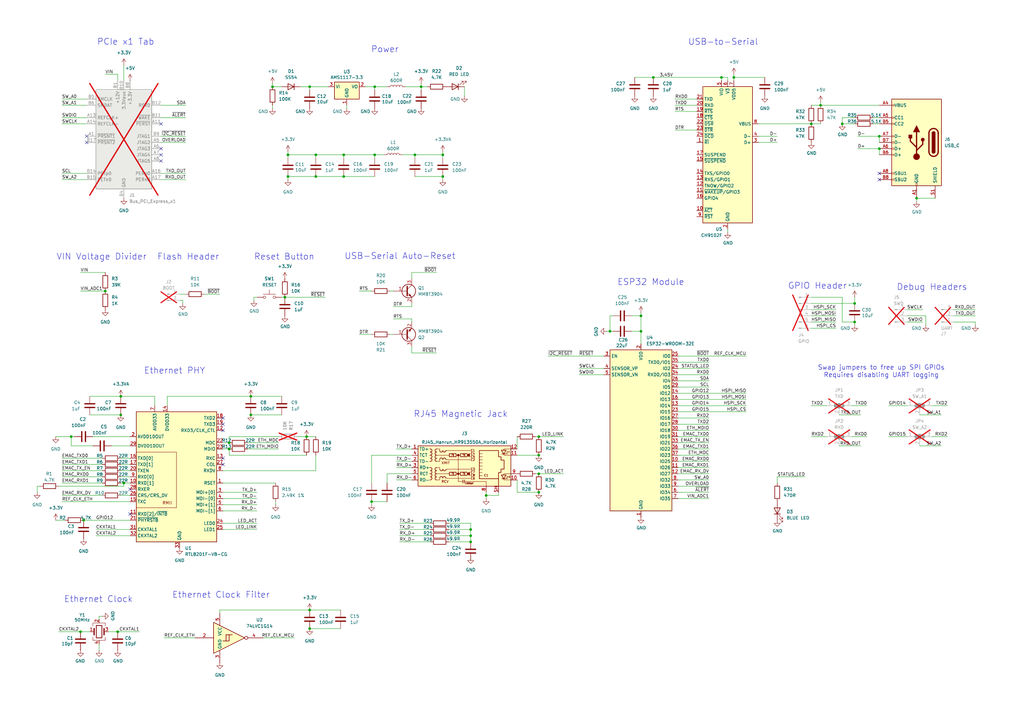
<source format=kicad_sch>
(kicad_sch (version 20231120) (generator "eeschema") (generator_version "8.0")
  (paper "A3")
  (title_block (date "2024-07-14") (rev "v0.4.1"))
  (junction (at 29.21 179.07))
  (junction (at 49.53 162.56))
  (junction (at 140.97 72.39))
  (junction (at 33.02 259.08))
  (junction (at 102.87 162.56))
  (junction (at 170.18 63.5))
  (junction (at 34.29 213.36))
  (junction (at 102.87 170.18))
  (junction (at 267.97 31.75))
  (junction (at 153.67 35.56))
  (junction (at 193.04 222.25))
  (junction (at 93.98 184.15))
  (junction (at 127 257.81))
  (junction (at 220.98 201.93))
  (junction (at 262.89 129.54))
  (junction (at 360.68 55.88))
  (junction (at 220.98 179.07))
  (junction (at 193.04 219.71))
  (junction (at 127 35.56))
  (junction (at 118.11 72.39))
  (junction (at 181.61 63.5))
  (junction (at 127 250.19))
  (junction (at 129.54 63.5))
  (junction (at 332.74 50.8))
  (junction (at 350.52 132.08))
  (junction (at 49.53 170.18))
  (junction (at 172.72 35.56))
  (junction (at 50.8 198.12))
  (junction (at 152.4 205.74))
  (junction (at 220.98 186.69))
  (junction (at 220.98 194.31))
  (junction (at 140.97 63.5))
  (junction (at 193.04 217.17))
  (junction (at 345.44 50.8))
  (junction (at 375.92 81.28))
  (junction (at 116.84 121.92))
  (junction (at 43.18 119.38))
  (junction (at 111.76 35.56))
  (junction (at 181.61 72.39))
  (junction (at 360.68 60.96))
  (junction (at 250.19 135.89))
  (junction (at 125.73 179.07))
  (junction (at 300.99 31.75))
  (junction (at 295.91 31.75))
  (junction (at 93.98 181.61))
  (junction (at 153.67 63.5))
  (junction (at 350.52 124.46))
  (junction (at 199.39 203.2))
  (junction (at 48.26 259.08))
  (junction (at 262.89 135.89))
  (junction (at 129.54 72.39))
  (junction (at 118.11 63.5))
  (junction (at 336.55 43.18))
  (no_connect (at 91.44 171.45))
  (no_connect (at 35.56 55.88))
  (no_connect (at 35.56 58.42))
  (no_connect (at 360.68 71.12))
  (no_connect (at 91.44 176.53))
  (no_connect (at 66.04 66.04))
  (no_connect (at 91.44 173.99))
  (no_connect (at 53.34 210.82))
  (no_connect (at 91.44 187.96))
  (no_connect (at 91.44 190.5))
  (no_connect (at 66.04 60.96))
  (no_connect (at 66.04 63.5))
  (no_connect (at 360.68 73.66))
  (no_connect (at 53.34 200.66))
  (no_connect (at 66.04 50.8))
  (wire (pts (xy 377.19 182.88) (xy 386.08 182.88)))
  (wire (pts (xy 332.74 43.18) (xy 336.55 43.18)))
  (wire (pts (xy 49.53 198.12) (xy 50.8 198.12)))
  (wire (pts (xy 278.13 163.83) (xy 306.07 163.83)))
  (wire (pts (xy 276.86 43.18) (xy 285.75 43.18)))
  (wire (pts (xy 116.84 121.92) (xy 133.35 121.92)))
  (wire (pts (xy 104.14 123.19) (xy 104.14 121.92)))
  (wire (pts (xy 152.4 198.12) (xy 152.4 186.69)))
  (wire (pts (xy 336.55 41.91) (xy 336.55 43.18)))
  (wire (pts (xy 199.39 203.2) (xy 199.39 201.93)))
  (wire (pts (xy 219.71 179.07) (xy 220.98 179.07)))
  (wire (pts (xy 278.13 158.75) (xy 290.83 158.75)))
  (wire (pts (xy 372.11 129.54) (xy 379.73 129.54)))
  (wire (pts (xy 107.95 261.62) (xy 120.65 261.62)))
  (wire (pts (xy 66.04 58.42) (xy 76.2 58.42)))
  (wire (pts (xy 68.58 162.56) (xy 68.58 166.37)))
  (wire (pts (xy 25.4 198.12) (xy 41.91 198.12)))
  (wire (pts (xy 276.86 45.72) (xy 285.75 45.72)))
  (wire (pts (xy 147.32 119.38) (xy 152.4 119.38)))
  (wire (pts (xy 295.91 31.75) (xy 298.45 31.75)))
  (wire (pts (xy 158.75 198.12) (xy 158.75 194.31)))
  (wire (pts (xy 140.97 64.77) (xy 140.97 63.5)))
  (wire (pts (xy 25.4 203.2) (xy 41.91 203.2)))
  (wire (pts (xy 44.45 259.08) (xy 48.26 259.08)))
  (wire (pts (xy 176.53 214.63) (xy 163.83 214.63)))
  (wire (pts (xy 375.92 82.55) (xy 375.92 81.28)))
  (wire (pts (xy 278.13 171.45) (xy 290.83 171.45)))
  (wire (pts (xy 267.97 31.75) (xy 295.91 31.75)))
  (wire (pts (xy 29.21 179.07) (xy 30.48 179.07)))
  (wire (pts (xy 212.09 186.69) (xy 220.98 186.69)))
  (wire (pts (xy 298.45 33.02) (xy 298.45 31.75)))
  (wire (pts (xy 40.64 254) (xy 40.64 252.73)))
  (wire (pts (xy 53.34 179.07) (xy 38.1 179.07)))
  (wire (pts (xy 220.98 179.07) (xy 231.14 179.07)))
  (wire (pts (xy 50.8 26.67) (xy 50.8 33.02)))
  (wire (pts (xy 199.39 204.47) (xy 199.39 203.2)))
  (wire (pts (xy 162.56 184.15) (xy 168.91 184.15)))
  (wire (pts (xy 129.54 64.77) (xy 129.54 63.5)))
  (wire (pts (xy 142.24 43.18) (xy 142.24 44.45)))
  (wire (pts (xy 179.07 144.78) (xy 168.91 144.78)))
  (wire (pts (xy 66.04 48.26) (xy 76.2 48.26)))
  (wire (pts (xy 278.13 179.07) (xy 290.83 179.07)))
  (wire (pts (xy 344.17 170.18) (xy 353.06 170.18)))
  (wire (pts (xy 40.64 266.7) (xy 40.64 264.16)))
  (wire (pts (xy 345.44 48.26) (xy 350.52 48.26)))
  (wire (pts (xy 358.14 50.8) (xy 360.68 50.8)))
  (wire (pts (xy 49.53 193.04) (xy 53.34 193.04)))
  (wire (pts (xy 351.79 60.96) (xy 360.68 60.96)))
  (wire (pts (xy 172.72 35.56) (xy 175.26 35.56)))
  (wire (pts (xy 360.68 55.88) (xy 360.68 58.42)))
  (wire (pts (xy 278.13 148.59) (xy 290.83 148.59)))
  (wire (pts (xy 311.15 50.8) (xy 332.74 50.8)))
  (wire (pts (xy 129.54 193.04) (xy 91.44 193.04)))
  (wire (pts (xy 278.13 166.37) (xy 306.07 166.37)))
  (wire (pts (xy 278.13 153.67) (xy 290.83 153.67)))
  (wire (pts (xy 140.97 63.5) (xy 153.67 63.5)))
  (wire (pts (xy 298.45 95.25) (xy 298.45 93.98)))
  (wire (pts (xy 332.74 124.46) (xy 350.52 124.46)))
  (wire (pts (xy 45.72 182.88) (xy 53.34 182.88)))
  (wire (pts (xy 336.55 50.8) (xy 332.74 50.8)))
  (wire (pts (xy 278.13 186.69) (xy 290.83 186.69)))
  (wire (pts (xy 391.16 132.08) (xy 400.05 132.08)))
  (wire (pts (xy 345.44 50.8) (xy 350.52 50.8)))
  (wire (pts (xy 391.16 127) (xy 400.05 127)))
  (wire (pts (xy 290.83 181.61) (xy 278.13 181.61)))
  (wire (pts (xy 300.99 31.75) (xy 313.69 31.75)))
  (wire (pts (xy 345.44 121.92) (xy 345.44 132.08)))
  (wire (pts (xy 290.83 184.15) (xy 278.13 184.15)))
  (wire (pts (xy 127 36.83) (xy 127 35.56)))
  (wire (pts (xy 40.64 252.73) (xy 41.91 252.73)))
  (wire (pts (xy 123.19 35.56) (xy 127 35.56)))
  (wire (pts (xy 179.07 111.76) (xy 168.91 111.76)))
  (wire (pts (xy 153.67 63.5) (xy 157.48 63.5)))
  (wire (pts (xy 39.37 219.71) (xy 53.34 219.71)))
  (wire (pts (xy 25.4 71.12) (xy 35.56 71.12)))
  (wire (pts (xy 259.08 129.54) (xy 262.89 129.54)))
  (wire (pts (xy 278.13 194.31) (xy 290.83 194.31)))
  (wire (pts (xy 140.97 72.39) (xy 153.67 72.39)))
  (wire (pts (xy 300.99 31.75) (xy 300.99 33.02)))
  (wire (pts (xy 224.79 146.05) (xy 247.65 146.05)))
  (wire (pts (xy 278.13 168.91) (xy 306.07 168.91)))
  (wire (pts (xy 127 257.81) (xy 139.7 257.81)))
  (wire (pts (xy 149.86 35.56) (xy 153.67 35.56)))
  (wire (pts (xy 193.04 214.63) (xy 193.04 217.17)))
  (wire (pts (xy 118.11 63.5) (xy 129.54 63.5)))
  (wire (pts (xy 248.92 135.89) (xy 250.19 135.89)))
  (wire (pts (xy 25.4 190.5) (xy 41.91 190.5)))
  (wire (pts (xy 220.98 194.31) (xy 219.71 194.31)))
  (wire (pts (xy 118.11 63.5) (xy 118.11 64.77)))
  (wire (pts (xy 91.44 198.12) (xy 113.03 198.12)))
  (wire (pts (xy 165.1 63.5) (xy 170.18 63.5)))
  (wire (pts (xy 330.2 195.58) (xy 318.77 195.58)))
  (wire (pts (xy 168.91 130.81) (xy 168.91 132.08)))
  (wire (pts (xy 15.24 199.39) (xy 15.24 201.93)))
  (wire (pts (xy 345.44 132.08) (xy 350.52 132.08)))
  (wire (pts (xy 25.4 43.18) (xy 35.56 43.18)))
  (wire (pts (xy 49.53 190.5) (xy 53.34 190.5)))
  (wire (pts (xy 360.68 60.96) (xy 360.68 63.5)))
  (wire (pts (xy 345.44 50.8) (xy 345.44 48.26)))
  (wire (pts (xy 153.67 36.83) (xy 153.67 35.56)))
  (wire (pts (xy 83.82 120.65) (xy 90.17 120.65)))
  (wire (pts (xy 184.15 219.71) (xy 193.04 219.71)))
  (wire (pts (xy 33.02 119.38) (xy 43.18 119.38)))
  (wire (pts (xy 25.4 205.74) (xy 53.34 205.74)))
  (wire (pts (xy 332.74 134.62) (xy 342.9 134.62)))
  (wire (pts (xy 93.98 179.07) (xy 93.98 181.61)))
  (wire (pts (xy 48.26 30.48) (xy 48.26 33.02)))
  (wire (pts (xy 90.17 250.19) (xy 127 250.19)))
  (wire (pts (xy 24.13 199.39) (xy 50.8 199.39)))
  (wire (pts (xy 181.61 63.5) (xy 181.61 64.77)))
  (wire (pts (xy 29.21 179.07) (xy 29.21 182.88)))
  (wire (pts (xy 162.56 196.85) (xy 168.91 196.85)))
  (wire (pts (xy 118.11 73.66) (xy 118.11 72.39)))
  (wire (pts (xy 161.29 130.81) (xy 168.91 130.81)))
  (wire (pts (xy 332.74 132.08) (xy 342.9 132.08)))
  (wire (pts (xy 336.55 43.18) (xy 360.68 43.18)))
  (wire (pts (xy 176.53 217.17) (xy 163.83 217.17)))
  (wire (pts (xy 375.92 81.28) (xy 383.54 81.28)))
  (wire (pts (xy 318.77 195.58) (xy 318.77 198.12)))
  (wire (pts (xy 364.49 166.37) (xy 372.11 166.37)))
  (wire (pts (xy 199.39 203.2) (xy 204.47 203.2)))
  (wire (pts (xy 129.54 63.5) (xy 140.97 63.5)))
  (wire (pts (xy 29.21 182.88) (xy 38.1 182.88)))
  (wire (pts (xy 391.16 129.54) (xy 400.05 129.54)))
  (wire (pts (xy 68.58 162.56) (xy 102.87 162.56)))
  (wire (pts (xy 237.49 151.13) (xy 247.65 151.13)))
  (wire (pts (xy 66.04 73.66) (xy 76.2 73.66)))
  (wire (pts (xy 250.19 129.54) (xy 250.19 135.89)))
  (wire (pts (xy 160.02 137.16) (xy 161.29 137.16)))
  (wire (pts (xy 332.74 127) (xy 342.9 127)))
  (wire (pts (xy 25.4 195.58) (xy 41.91 195.58)))
  (wire (pts (xy 212.09 196.85) (xy 212.09 201.93)))
  (wire (pts (xy 111.76 34.29) (xy 111.76 35.56)))
  (wire (pts (xy 260.35 31.75) (xy 267.97 31.75)))
  (wire (pts (xy 34.29 213.36) (xy 53.34 213.36)))
  (wire (pts (xy 90.17 250.19) (xy 90.17 251.46)))
  (wire (pts (xy 172.72 36.83) (xy 172.72 35.56)))
  (wire (pts (xy 350.52 132.08) (xy 350.52 133.35)))
  (wire (pts (xy 349.25 166.37) (xy 355.6 166.37)))
  (wire (pts (xy 91.44 209.55) (xy 105.41 209.55)))
  (wire (pts (xy 121.92 179.07) (xy 125.73 179.07)))
  (wire (pts (xy 115.57 121.92) (xy 116.84 121.92)))
  (wire (pts (xy 276.86 53.34) (xy 285.75 53.34)))
  (wire (pts (xy 36.83 170.18) (xy 49.53 170.18)))
  (wire (pts (xy 162.56 191.77) (xy 168.91 191.77)))
  (wire (pts (xy 278.13 189.23) (xy 290.83 189.23)))
  (wire (pts (xy 49.53 195.58) (xy 53.34 195.58)))
  (wire (pts (xy 300.99 30.48) (xy 300.99 31.75)))
  (wire (pts (xy 49.53 187.96) (xy 53.34 187.96)))
  (wire (pts (xy 278.13 151.13) (xy 290.83 151.13)))
  (wire (pts (xy 101.6 181.61) (xy 114.3 181.61)))
  (wire (pts (xy 162.56 189.23) (xy 168.91 189.23)))
  (wire (pts (xy 111.76 35.56) (xy 115.57 35.56)))
  (wire (pts (xy 259.08 135.89) (xy 262.89 135.89)))
  (wire (pts (xy 332.74 129.54) (xy 342.9 129.54)))
  (wire (pts (xy 39.37 217.17) (xy 53.34 217.17)))
  (wire (pts (xy 262.89 128.27) (xy 262.89 129.54)))
  (wire (pts (xy 74.93 123.19) (xy 73.66 123.19)))
  (wire (pts (xy 91.44 181.61) (xy 93.98 181.61)))
  (wire (pts (xy 91.44 184.15) (xy 93.98 184.15)))
  (wire (pts (xy 127 35.56) (xy 134.62 35.56)))
  (wire (pts (xy 382.27 166.37) (xy 388.62 166.37)))
  (wire (pts (xy 176.53 222.25) (xy 163.83 222.25)))
  (wire (pts (xy 91.44 214.63) (xy 105.41 214.63)))
  (wire (pts (xy 93.98 186.69) (xy 125.73 186.69)))
  (wire (pts (xy 262.89 129.54) (xy 262.89 135.89)))
  (wire (pts (xy 25.4 50.8) (xy 35.56 50.8)))
  (wire (pts (xy 160.02 119.38) (xy 161.29 119.38)))
  (wire (pts (xy 152.4 186.69) (xy 168.91 186.69)))
  (wire (pts (xy 114.3 179.07) (xy 93.98 179.07)))
  (wire (pts (xy 184.15 217.17) (xy 193.04 217.17)))
  (wire (pts (xy 172.72 34.29) (xy 172.72 35.56)))
  (wire (pts (xy 170.18 63.5) (xy 181.61 63.5)))
  (wire (pts (xy 43.18 30.48) (xy 48.26 30.48)))
  (wire (pts (xy 372.11 127) (xy 378.46 127)))
  (wire (pts (xy 170.18 64.77) (xy 170.18 63.5)))
  (wire (pts (xy 220.98 201.93) (xy 212.09 201.93)))
  (wire (pts (xy 364.49 179.07) (xy 372.11 179.07)))
  (wire (pts (xy 377.19 170.18) (xy 386.08 170.18)))
  (wire (pts (xy 278.13 191.77) (xy 290.83 191.77)))
  (wire (pts (xy 278.13 204.47) (xy 290.83 204.47)))
  (wire (pts (xy 184.15 214.63) (xy 193.04 214.63)))
  (wire (pts (xy 152.4 207.01) (xy 152.4 205.74)))
  (wire (pts (xy 181.61 62.23) (xy 181.61 63.5)))
  (wire (pts (xy 74.93 124.46) (xy 74.93 123.19)))
  (wire (pts (xy 181.61 72.39) (xy 181.61 73.66)))
  (wire (pts (xy 101.6 184.15) (xy 114.3 184.15)))
  (wire (pts (xy 262.89 135.89) (xy 262.89 140.97)))
  (wire (pts (xy 190.5 39.37) (xy 190.5 35.56)))
  (wire (pts (xy 127 250.19) (xy 139.7 250.19)))
  (wire (pts (xy 129.54 72.39) (xy 140.97 72.39)))
  (wire (pts (xy 33.02 111.76) (xy 43.18 111.76)))
  (wire (pts (xy 344.17 182.88) (xy 353.06 182.88)))
  (wire (pts (xy 102.87 162.56) (xy 115.57 162.56)))
  (wire (pts (xy 237.49 153.67) (xy 247.65 153.67)))
  (wire (pts (xy 278.13 173.99) (xy 290.83 173.99)))
  (wire (pts (xy 168.91 125.73) (xy 168.91 124.46)))
  (wire (pts (xy 153.67 63.5) (xy 153.67 64.77)))
  (wire (pts (xy 278.13 201.93) (xy 290.83 201.93)))
  (wire (pts (xy 102.87 170.18) (xy 115.57 170.18)))
  (wire (pts (xy 250.19 135.89) (xy 251.46 135.89)))
  (wire (pts (xy 25.4 187.96) (xy 41.91 187.96)))
  (wire (pts (xy 193.04 217.17) (xy 193.04 219.71)))
  (wire (pts (xy 24.13 259.08) (xy 33.02 259.08)))
  (wire (pts (xy 118.11 72.39) (xy 129.54 72.39)))
  (wire (pts (xy 91.44 201.93) (xy 105.41 201.93)))
  (wire (pts (xy 50.8 198.12) (xy 53.34 198.12)))
  (wire (pts (xy 129.54 186.69) (xy 129.54 193.04)))
  (wire (pts (xy 91.44 207.01) (xy 105.41 207.01)))
  (wire (pts (xy 15.24 199.39) (xy 16.51 199.39)))
  (wire (pts (xy 33.02 259.08) (xy 36.83 259.08)))
  (wire (pts (xy 332.74 179.07) (xy 339.09 179.07)))
  (wire (pts (xy 278.13 196.85) (xy 290.83 196.85)))
  (wire (pts (xy 358.14 48.26) (xy 360.68 48.26)))
  (wire (pts (xy 193.04 219.71) (xy 193.04 222.25)))
  (wire (pts (xy 161.29 125.73) (xy 168.91 125.73)))
  (wire (pts (xy 111.76 44.45) (xy 111.76 43.18)))
  (wire (pts (xy 93.98 186.69) (xy 93.98 184.15)))
  (wire (pts (xy 66.04 55.88) (xy 76.2 55.88)))
  (wire (pts (xy 168.91 111.76) (xy 168.91 114.3)))
  (wire (pts (xy 168.91 144.78) (xy 168.91 142.24)))
  (wire (pts (xy 125.73 179.07) (xy 129.54 179.07)))
  (wire (pts (xy 50.8 198.12) (xy 50.8 199.39)))
  (wire (pts (xy 73.66 120.65) (xy 76.2 120.65)))
  (wire (pts (xy 382.27 179.07) (xy 388.62 179.07)))
  (wire (pts (xy 311.15 58.42) (xy 318.77 58.42)))
  (wire (pts (xy 63.5 162.56) (xy 49.53 162.56)))
  (wire (pts (xy 48.26 259.08) (xy 57.15 259.08)))
  (wire (pts (xy 231.14 194.31) (xy 220.98 194.31)))
  (wire (pts (xy 276.86 40.64) (xy 285.75 40.64)))
  (wire (pts (xy 193.04 228.6) (xy 193.04 229.87)))
  (wire (pts (xy 379.73 129.54) (xy 379.73 133.35)))
  (wire (pts (xy 63.5 162.56) (xy 63.5 166.37)))
  (wire (pts (xy 176.53 219.71) (xy 163.83 219.71)))
  (wire (pts (xy 351.79 55.88) (xy 360.68 55.88)))
  (wire (pts (xy 350.52 121.92) (xy 350.52 124.46)))
  (wire (pts (xy 67.31 261.62) (xy 80.01 261.62)))
  (wire (pts (xy 278.13 176.53) (xy 290.83 176.53)))
  (wire (pts (xy 118.11 62.23) (xy 118.11 63.5)))
  (wire (pts (xy 184.15 222.25) (xy 193.04 222.25)))
  (wire (pts (xy 91.44 217.17) (xy 105.41 217.17)))
  (wire (pts (xy 25.4 40.64) (xy 35.56 40.64)))
  (wire (pts (xy 66.04 43.18) (xy 76.2 43.18)))
  (wire (pts (xy 113.03 207.01) (xy 113.03 205.74)))
  (wire (pts (xy 278.13 156.21) (xy 290.83 156.21)))
  (wire (pts (xy 104.14 121.92) (xy 105.41 121.92)))
  (wire (pts (xy 251.46 129.54) (xy 250.19 129.54)))
  (wire (pts (xy 349.25 179.07) (xy 355.6 179.07)))
  (wire (pts (xy 22.86 179.07) (xy 29.21 179.07)))
  (wire (pts (xy 372.11 132.08) (xy 378.46 132.08)))
  (wire (pts (xy 66.04 71.12) (xy 76.2 71.12)))
  (wire (pts (xy 332.74 121.92) (xy 345.44 121.92)))
  (wire (pts (xy 25.4 73.66) (xy 35.56 73.66)))
  (wire (pts (xy 49.53 203.2) (xy 53.34 203.2)))
  (wire (pts (xy 25.4 193.04) (xy 41.91 193.04)))
  (wire (pts (xy 91.44 204.47) (xy 105.41 204.47)))
  (wire (pts (xy 153.67 35.56) (xy 158.75 35.56)))
  (wire (pts (xy 278.13 199.39) (xy 290.83 199.39)))
  (wire (pts (xy 212.09 179.07) (xy 212.09 184.15)))
  (wire (pts (xy 36.83 162.56) (xy 49.53 162.56)))
  (wire (pts (xy 158.75 194.31) (xy 168.91 194.31)))
  (wire (pts (xy 22.86 213.36) (xy 26.67 213.36)))
  (wire (pts (xy 170.18 72.39) (xy 181.61 72.39)))
  (wire (pts (xy 311.15 55.88) (xy 318.77 55.88)))
  (wire (pts (xy 278.13 161.29) (xy 306.07 161.29)))
  (wire (pts (xy 152.4 205.74) (xy 158.75 205.74)))
  (wire (pts (xy 147.32 137.16) (xy 152.4 137.16)))
  (wire (pts (xy 166.37 35.56) (xy 172.72 35.56)))
  (wire (pts (xy 400.05 132.08) (xy 400.05 133.35)))
  (wire (pts (xy 25.4 48.26) (xy 35.56 48.26)))
  (wire (pts (xy 278.13 146.05) (xy 306.07 146.05)))
  (wire (pts (xy 204.47 203.2) (xy 204.47 201.93)))
  (wire (pts (xy 295.91 31.75) (xy 295.91 33.02)))
  (wire (pts (xy 332.74 166.37) (xy 339.09 166.37)))
  (text "Ethernet Clock" (at 40.386 245.872 0) (effects (font (size 2.54 2.54))))
  (text "Reset Button" (at 116.586 105.41 0) (effects (font (size 2.54 2.54))))
  (text "GPIO Header" (at 335.28 117.348 0) (effects (font (size 2.54 2.54))))
  (text "Flash Header\n" (at 77.216 105.41 0) (effects (font (size 2.54 2.54))))
  (text "Ethernet Clock Filter" (at 90.678 244.094 0) (effects (font (size 2.54 2.54))))
  (text "Swap jumpers to free up SPI GPIOs\nRequires disabling UART logging" (at 361.442 152.4 0) (effects (font (size 1.905 1.905))))
  (text "USB-to-Serial" (at 282.194 18.796 0) (effects (font (size 2.54 2.54)) (justify left bottom)))
  (text "VIN Voltage Divider" (at 41.656 105.41 0) (effects (font (size 2.54 2.54))))
  (text "Power" (at 152.146 21.844 0) (effects (font (size 2.54 2.54)) (justify left bottom)))
  (text "Ethernet PHY" (at 71.628 152.146 0) (effects (font (size 2.54 2.54))))
  (text "PCIe x1 Tab" (at 51.562 17.272 0) (effects (font (size 2.54 2.54))))
  (text "RJ45 Magnetic Jack" (at 188.976 169.926 0) (effects (font (size 2.54 2.54))))
  (text "USB-Serial Auto-Reset" (at 164.084 105.156 0) (effects (font (size 2.54 2.54))))
  (text "ESP32 Module" (at 266.954 115.824 0) (effects (font (size 2.54 2.54))))
  (text "Debug Headers" (at 382.27 117.856 0) (effects (font (size 2.54 2.54))))
  (label "TX_D+" (at 163.83 214.63 0))
  (label "VIN" (at 33.02 111.76 0))
  (label "TXD2" (at 388.62 166.37 180))
  (label "GPIO15" (at 364.49 179.07 0))
  (label "REF_CLK_ETH" (at 25.4 205.74 0))
  (label "TXD_OUT" (at 353.06 170.18 180))
  (label "HSPI_MISO" (at 342.9 132.08 180))
  (label "LED_LINK" (at 231.14 179.07 180))
  (label "TX_D+" (at 162.56 184.15 0))
  (label "~{I2C_RESET}" (at 224.79 146.05 0))
  (label "RTS" (at 276.86 45.72 0))
  (label "LED_ACT" (at 231.14 194.31 180))
  (label "TXD0" (at 355.6 166.37 180))
  (label "GPIO15" (at 290.83 168.91 180))
  (label "GPIO14" (at 364.49 166.37 0))
  (label "RTS" (at 161.29 130.81 0))
  (label "SW_A1" (at 386.08 170.18 180))
  (label "RXD_OUT" (at 400.05 127 180))
  (label "RXD_OUT" (at 76.2 73.66 180))
  (label "TXD2" (at 332.74 166.37 0))
  (label "REF_CLK_MCU" (at 120.65 261.62 180))
  (label "SCL" (at 290.83 158.75 180))
  (label "SW_A0" (at 25.4 40.64 0))
  (label "RX_D-" (at 105.41 209.55 180))
  (label "RX_D-" (at 163.83 222.25 0))
  (label "LED_ACT" (at 105.41 214.63 180))
  (label "SWDIO" (at 237.49 153.67 0))
  (label "HSPI_CS" (at 306.07 168.91 180))
  (label "SDA" (at 76.2 43.18 180))
  (label "SWDIO" (at 378.46 132.08 180))
  (label "EMAC_RXD1" (at 290.83 191.77 180))
  (label "ETH_MDIO" (at 290.83 176.53 180))
  (label "RX_D+" (at 162.56 191.77 0))
  (label "~{ALERT}" (at 290.83 201.93 180))
  (label "TX_D-" (at 162.56 189.23 0))
  (label "REF_CLK_MCU" (at 306.07 146.05 180))
  (label "HSPI_MOSI" (at 306.07 163.83 180))
  (label "~{RESET}" (at 133.35 121.92 180))
  (label "TXD_OUT" (at 400.05 129.54 180))
  (label "RXD2" (at 290.83 171.45 180))
  (label "EMAC_RXD0" (at 290.83 189.23 180))
  (label "TXD0" (at 290.83 148.59 180))
  (label "EMAC_RXD0" (at 25.4 195.58 0))
  (label "~{BOOT}" (at 179.07 111.76 180))
  (label "OVERLOAD" (at 76.2 58.42 180))
  (label "LED_LINK" (at 105.41 217.17 180))
  (label "EMAC_TX_EN" (at 290.83 181.61 180))
  (label "~{I2C_RESET}" (at 76.2 55.88 180))
  (label "CKXTAL1" (at 57.15 259.08 180))
  (label "HSPI_MOSI" (at 342.9 129.54 180))
  (label "REF_CLK_ETH" (at 67.31 261.62 0))
  (label "DTR" (at 276.86 53.34 0))
  (label "CKXTAL2" (at 24.13 259.08 0))
  (label "CKXTAL1" (at 39.37 217.17 0))
  (label "TX_D-" (at 163.83 217.17 0))
  (label "RX_D-" (at 162.56 196.85 0))
  (label "SWCLK" (at 25.4 50.8 0))
  (label "HSPI_MISO" (at 306.07 161.29 180))
  (label "STATUS_LED" (at 290.83 151.13 180))
  (label "SCL" (at 25.4 71.12 0))
  (label "~{ALERT}" (at 76.2 48.26 180))
  (label "TXD0" (at 276.86 43.18 0))
  (label "SW_A2" (at 25.4 73.66 0))
  (label "OVERLOAD" (at 290.83 199.39 180))
  (label "ETH_MDIO" (at 114.3 184.15 180))
  (label "TXD_OUT" (at 76.2 71.12 180))
  (label "ETH_MDC" (at 290.83 186.69 180))
  (label "EMAC_TX_EN" (at 25.4 193.04 0))
  (label "~{RESET}" (at 179.07 144.78 180))
  (label "SWCLK" (at 237.49 151.13 0))
  (label "RXD_OUT" (at 353.06 182.88 180))
  (label "TX_D-" (at 105.41 204.47 180))
  (label "HSPI_SCK" (at 306.07 166.37 180))
  (label "SWDIO" (at 25.4 48.26 0))
  (label "RXD0" (at 276.86 40.64 0))
  (label "RXD0" (at 290.83 153.67 180))
  (label "SW_A2" (at 386.08 182.88 180))
  (label "DTR" (at 147.32 137.16 0))
  (label "EMAC_RX_DV" (at 290.83 194.31 180))
  (label "RXD2" (at 388.62 179.07 180))
  (label "RTS" (at 147.32 119.38 0))
  (label "D-" (at 318.77 55.88 180))
  (label "VIN_ADC1" (at 33.02 119.38 0))
  (label "GPIO14" (at 290.83 166.37 180))
  (label "~{BOOT}" (at 290.83 146.05 180))
  (label "EMAC_TXD0" (at 290.83 179.07 180))
  (label "RXD2" (at 332.74 179.07 0))
  (label "GPIO12" (at 39.37 213.36 0))
  (label "~{BOOT}" (at 90.17 120.65 180))
  (label "DTR" (at 161.29 125.73 0))
  (label "SDA" (at 290.83 156.21 180))
  (label "GPIO12" (at 290.83 161.29 180))
  (label "CKXTAL2" (at 39.37 219.71 0))
  (label "RXD0" (at 355.6 179.07 180))
  (label "HSPI_CS" (at 342.9 134.62 180))
  (label "ETH_MDC" (at 114.3 181.61 180))
  (label "D+" (at 351.79 60.96 0))
  (label "EMAC_TXD1" (at 25.4 190.5 0))
  (label "TX_D+" (at 105.41 201.93 180))
  (label "EMAC_TXD1" (at 290.83 184.15 180))
  (label "STATUS_LED" (at 330.2 195.58 180))
  (label "HSPI_SCK" (at 342.9 127 180))
  (label "RX_D+" (at 105.41 207.01 180))
  (label "SWCLK" (at 378.46 127 180))
  (label "D+" (at 318.77 58.42 180))
  (label "D-" (at 351.79 55.88 0))
  (label "SW_A1" (at 25.4 43.18 0))
  (label "EMAC_TXD0" (at 25.4 187.96 0))
  (label "VIN" (at 43.18 30.48 0))
  (label "~{RESET}" (at 237.49 146.05 0))
  (label "SW_A0" (at 290.83 196.85 180))
  (label "3.45V" (at 270.51 31.75 0))
  (label "VIN_ADC1" (at 290.83 204.47 180))
  (label "TXD2" (at 290.83 173.99 180))
  (label "EMAC_RX_DV" (at 25.4 203.2 0))
  (label "GPIO13" (at 290.83 163.83 180))
  (label "RX_D+" (at 163.83 219.71 0))
  (label "EMAC_RXD1" (at 25.4 198.12 0))
  (symbol (lib_id "Device:R") (at 215.9 179.07 90) (unit 1)
    (property "Reference" "R27" (at 215.9 172.72 90))
    (property "Value" "220R" (at 215.9 175.26 90))
    (property "Footprint" "Resistor_SMD:R_0402_1005Metric" (effects (hide yes)))
    (property "Description" "Resistor" (effects (hide yes)))
    (property "LCSC" "C25091" (effects (hide yes)))
  )
  (symbol (lib_id "Device:R") (at 45.72 190.5 90) (mirror x) (unit 1)
    (property "Reference" "R6" (at 40.894 189.484 90))
    (property "Value" "22R" (at 50.546 189.484 90))
    (property "Footprint" "Resistor_SMD:R_0402_1005Metric" (effects (hide yes)))
    (property "Description" "Resistor" (effects (hide yes)))
    (property "LCSC" "C25092" (effects (hide yes)))
  )
  (symbol (lib_id "Device:R") (at 180.34 222.25 90) (unit 1)
    (property "Reference" "R26" (at 175.514 221.234 90))
    (property "Value" "49.9R" (at 185.928 220.98 90))
    (property "Footprint" "Resistor_SMD:R_0402_1005Metric" (effects (hide yes)))
    (property "Description" "Resistor" (effects (hide yes)))
    (property "LCSC" "C25120" (effects (hide yes)))
  )
  (symbol (lib_id "power:GND") (at 40.64 266.7 0) (unit 1)
    (property "Reference" "#PWR06" (effects (hide yes)))
    (property "Value" "GND" (at 40.767 271.0942 0))
  )
  (symbol (lib_id "power:GND") (at 199.39 204.47 0) (unit 1)
    (property "Reference" "#PWR041" (effects (hide yes)))
    (property "Value" "GND" (at 199.39 209.55 0))
    (property "Description" "Power symbol creates a global label with name \"GND\" , ground" (effects (hide yes)))
  )
  (symbol (lib_id "power:+3.3VA") (at 181.61 62.23 0) (unit 1)
    (property "Reference" "#PWR037" (effects (hide yes)))
    (property "Value" "+3.3VA" (at 181.61 57.15 0))
    (property "Description" "Power symbol creates a global label with name \"+3.3VA\"" (effects (hide yes)))
  )
  (symbol (lib_id "power:GND") (at 142.24 44.45 0) (unit 1)
    (property "Reference" "#PWR032" (effects (hide yes)))
    (property "Value" "GND" (at 138.43 45.72 0))
  )
  (symbol (lib_id "power:GND") (at 379.73 133.35 0) (unit 1)
    (property "Reference" "#PWR059" (effects (hide yes)))
    (property "Value" "GND" (at 375.92 134.62 0))
  )
  (symbol (lib_id "power:+3.3V") (at 50.8 26.67 0) (unit 1)
    (property "Reference" "#PWR012" (effects (hide yes)))
    (property "Value" "+3.3V" (at 50.8 21.59 0))
    (property "Description" "Power symbol creates a global label with name \"+3.3V\"" (effects (hide yes)))
  )
  (symbol (lib_id "power:+3.3V") (at 172.72 34.29 0) (unit 1)
    (property "Reference" "#PWR035" (effects (hide yes)))
    (property "Value" "+3.3V" (at 172.72 29.21 0))
    (property "Description" "Power symbol creates a global label with name \"+3.3V\"" (effects (hide yes)))
  )
  (symbol (lib_id "power:GND") (at 248.92 135.89 270) (unit 1)
    (property "Reference" "#PWR044" (effects (hide yes)))
    (property "Value" "GND" (at 244.5258 136.017 0))
  )
  (symbol (lib_id "Device:LED") (at 186.69 35.56 180) (unit 1)
    (property "Reference" "D2" (at 188.2775 27.94 0))
    (property "Value" "RED LED" (at 188.2775 30.48 0))
    (property "Footprint" "LED_SMD:LED_0603_1608Metric" (effects (hide yes)))
    (property "Description" "Light emitting diode" (effects (hide yes)))
    (property "LCSC" "C2286" (effects (hide yes)))
  )
  (symbol (lib_id "power:GND") (at 193.04 228.6 0) (unit 1)
    (property "Reference" "#PWR040" (effects (hide yes)))
    (property "Value" "GND" (at 193.04 233.68 0))
    (property "Description" "Power symbol creates a global label with name \"GND\" , ground" (effects (hide yes)))
  )
  (symbol (lib_id "Device:C") (at 49.53 166.37 0) (mirror y) (unit 1)
    (property "Reference" "C7" (at 45.72 165.0999 0) (effects (justify left)))
    (property "Value" "100nF" (at 45.72 167.6399 0) (effects (justify left)))
    (property "Footprint" "Capacitor_SMD:C_0402_1005Metric" (effects (hide yes)))
    (property "Description" "Unpolarized capacitor" (effects (hide yes)))
    (property "LCSC" "C1525" (effects (hide yes)))
  )
  (symbol (lib_id "power:GND") (at 104.14 123.19 0) (unit 1)
    (property "Reference" "#PWR020" (effects (hide yes)))
    (property "Value" "GND" (at 104.267 127.5842 0))
  )
  (symbol (lib_id "Device:C") (at 48.26 262.89 0) (unit 1)
    (property "Reference" "C6" (at 51.181 261.7216 0) (effects (justify left)))
    (property "Value" "10pF" (at 51.181 264.033 0) (effects (justify left)))
    (property "Footprint" "Capacitor_SMD:C_0402_1005Metric" (effects (hide yes)))
    (property "LCSC" "C32949" (effects (hide yes)))
  )
  (symbol (lib_id "power:+3.3V") (at 22.86 213.36 0) (unit 1)
    (property "Reference" "#PWR03" (effects (hide yes)))
    (property "Value" "+3.3V" (at 22.86 208.28 0))
    (property "Description" "Power symbol creates a global label with name \"+3.3V\"" (effects (hide yes)))
  )
  (symbol (lib_id "power:GND") (at 127 44.45 0) (unit 1)
    (property "Reference" "#PWR029" (effects (hide yes)))
    (property "Value" "GND" (at 123.19 45.72 0))
  )
  (symbol (lib_id "power:GND") (at 102.87 170.18 0) (mirror y) (unit 1)
    (property "Reference" "#PWR019" (effects (hide yes)))
    (property "Value" "GND" (at 102.87 175.26 0))
    (property "Description" "Power symbol creates a global label with name \"GND\" , ground" (effects (hide yes)))
  )
  (symbol (lib_id "Device:R") (at 45.72 187.96 90) (unit 1)
    (property "Reference" "R5" (at 40.894 186.944 90))
    (property "Value" "22R" (at 50.546 186.944 90))
    (property "Footprint" "Resistor_SMD:R_0402_1005Metric" (effects (hide yes)))
    (property "Description" "Resistor" (effects (hide yes)))
    (property "LCSC" "C25092" (effects (hide yes)))
  )
  (symbol (lib_id "Jumper:SolderJumper_3_Bridged12") (at 377.19 179.07 0) (unit 1) (exclude_from_sim yes) (in_bom no) (dnp yes)
    (property "Reference" "JP4" (at 377.19 172.72 0))
    (property "Value" "SW_A2" (at 377.19 175.26 0))
    (property "Footprint" "Local Library:SolderJumper-3_P1.3mm_Bridged12_RoundedPad1.0x1.5mm" (effects (hide yes)))
    (property "Description" "3-pole Solder Jumper, pins 1+2 closed/bridged" (effects (hide yes)))
  )
  (symbol (lib_id "power:+5V") (at 336.55 41.91 0) (unit 1)
    (property "Reference" "#PWR054" (effects (hide yes)))
    (property "Value" "+5V" (at 336.55 36.83 0))
    (property "Description" "Power symbol creates a global label with name \"+5V\"" (effects (hide yes)))
  )
  (symbol (lib_id "Connector:Conn_01x02_Pin") (at 68.58 120.65 0) (unit 1) (exclude_from_sim yes) (in_bom no) (dnp yes)
    (property "Reference" "J2" (at 69.215 115.57 0))
    (property "Value" "BOOT" (at 69.215 118.11 0))
    (property "Footprint" "Connector_PinHeader_2.54mm:PinHeader_1x02_P2.54mm_Vertical" (effects (hide yes)))
    (property "Description" "Generic connector, single row, 01x02, script generated" (effects (hide yes)))
  )
  (symbol (lib_name "GND_1") (lib_id "power:GND") (at 43.18 127 0) (unit 1)
    (property "Reference" "#PWR08" (effects (hide yes)))
    (property "Value" "GND" (at 43.18 132.08 0))
    (property "Description" "Power symbol creates a global label with name \"GND\" , ground" (effects (hide yes)))
  )
  (symbol (lib_id "esp32-mgmt-module:RTL8201F-VB-CG") (at 73.66 196.85 0) (unit 1)
    (property "Reference" "U1" (at 75.8541 224.79 0) (effects (justify left)))
    (property "Value" "RTL8201F-VB-CG" (at 75.8541 227.33 0) (effects (justify left)))
    (property "Footprint" "Package_DFN_QFN:QFN-32-1EP_5x5mm_P0.5mm_EP3.6x3.6mm_ThermalVias" (effects (hide yes)))
    (property "Datasheet" "https://wmsc.lcsc.com/wmsc/upload/file/pdf/v2/lcsc/2301111409_Realtek-Semicon-RTL8201F-VB-CG_C45044.pdf" (effects (hide yes)))
    (property "Description" "RTL8201F Ethernet PHY with RMII interface, QFN-32" (effects (hide yes)))
    (property "LCSC" "C45044" (effects (hide yes)))
    (property "JLCPCB_CORRECTION" "0;0;-90" (effects (hide yes)))
  )
  (symbol (lib_id "Device:C") (at 267.97 35.56 0) (unit 1)
    (property "Reference" "C28" (at 271.78 34.2899 0) (effects (justify left)))
    (property "Value" "1uF" (at 271.78 36.8299 0) (effects (justify left)))
    (property "Footprint" "Capacitor_SMD:C_0402_1005Metric" (effects (hide yes)))
    (property "Description" "Unpolarized capacitor" (effects (hide yes)))
    (property "LCSC" "C52923" (effects (hide yes)))
  )
  (symbol (lib_id "power:GND") (at 116.84 129.54 0) (unit 1)
    (property "Reference" "#PWR025" (effects (hide yes)))
    (property "Value" "GND" (at 116.967 133.9342 0))
  )
  (symbol (lib_id "Device:R") (at 43.18 115.57 0) (unit 1)
    (property "Reference" "R3" (at 45.72 114.2999 0) (effects (justify left)))
    (property "Value" "39K" (at 45.72 116.8399 0) (effects (justify left)))
    (property "Footprint" "Resistor_SMD:R_0402_1005Metric" (effects (hide yes)))
    (property "Description" "Resistor" (effects (hide yes)))
    (property "LCSC" "C25783" (effects (hide yes)))
  )
  (symbol (lib_id "Device:L") (at 162.56 35.56 90) (unit 1)
    (property "Reference" "L2" (at 162.56 30.48 90))
    (property "Value" "600R" (at 162.56 33.02 90))
    (property "Footprint" "Inductor_SMD:L_0603_1608Metric" (effects (hide yes)))
    (property "Description" "Inductor" (effects (hide yes)))
    (property "LCSC" "C97000" (effects (hide yes)))
  )
  (symbol (lib_id "Connector:Bus_PCI_Express_x1") (at 50.8 58.42 0) (unit 1) (exclude_from_sim yes) (in_bom no) (dnp yes)
    (property "Reference" "J1" (at 52.9941 80.01 0) (effects (justify left)))
    (property "Value" "Bus_PCI_Express_x1" (at 52.9941 82.55 0) (effects (justify left)))
    (property "Footprint" "Connector_PCBEdge:BUS_PCIexpress_x1" (effects (hide yes)))
    (property "Datasheet" "http://www.ritrontek.com/uploadfile/2016/1026/20161026105231124.pdf#page=63" (effects (hide yes)))
    (property "Description" "PCI Express bus connector x1" (effects (hide yes)))
  )
  (symbol (lib_id "power:GND") (at 113.03 207.01 0) (unit 1)
    (property "Reference" "#PWR023" (effects (hide yes)))
    (property "Value" "GND" (at 113.03 212.09 0))
    (property "Description" "Power symbol creates a global label with name \"GND\" , ground" (effects (hide yes)))
  )
  (symbol (lib_id "Connector:Conn_01x03_Pin") (at 386.08 129.54 0) (mirror x) (unit 1) (exclude_from_sim yes) (in_bom no) (dnp yes)
    (property "Reference" "J7" (at 385.826 136.906 0) (effects (justify left)))
    (property "Value" "UART" (at 388.366 134.62 0))
    (property "Footprint" "Connector_PinHeader_2.54mm:PinHeader_1x03_P2.54mm_Vertical" (effects (hide yes)))
    (property "Description" "Generic connector, single row, 01x03, script generated" (effects (hide yes)))
  )
  (symbol (lib_id "Transistor_BJT:MMBT3904") (at 166.37 137.16 0) (mirror x) (unit 1)
    (property "Reference" "Q2" (at 171.45 138.4301 0) (effects (justify left)))
    (property "Value" "MMBT3904" (at 171.45 135.8901 0) (effects (justify left)))
    (property "Footprint" "Package_TO_SOT_SMD:SOT-23" (effects (hide yes)))
    (property "Datasheet" "https://www.onsemi.com/pdf/datasheet/pzt3904-d.pdf" (effects (hide yes)))
    (property "Description" "0.2A Ic, 40V Vce, Small Signal NPN Transistor, SOT-23" (effects (hide yes)))
    (property "LCSC" "C20526" (effects (hide yes)))
    (property "JLCPCB_CORRECTION" "0;0;180" (effects (hide yes)))
  )
  (symbol (lib_id "Device:C") (at 102.87 166.37 0) (unit 1)
    (property "Reference" "C8" (at 106.68 165.0999 0) (effects (justify left)))
    (property "Value" "100nF" (at 106.68 167.6399 0) (effects (justify left)))
    (property "Footprint" "Capacitor_SMD:C_0402_1005Metric" (effects (hide yes)))
    (property "Description" "Unpolarized capacitor" (effects (hide yes)))
    (property "LCSC" "C1525" (effects (hide yes)))
  )
  (symbol (lib_id "power:GND") (at 318.77 213.36 0) (unit 1)
    (property "Reference" "#PWR052" (effects (hide yes)))
    (property "Value" "GND" (at 318.897 217.7542 0))
  )
  (symbol (lib_id "power:GND") (at 49.53 170.18 0) (unit 1)
    (property "Reference" "#PWR011" (effects (hide yes)))
    (property "Value" "GND" (at 49.53 175.26 0))
    (property "Description" "Power symbol creates a global label with name \"GND\" , ground" (effects (hide yes)))
  )
  (symbol (lib_id "Connector:Conn_01x03_Pin") (at 367.03 129.54 0) (unit 1) (exclude_from_sim yes) (in_bom no) (dnp yes)
    (property "Reference" "J5" (at 366.522 121.92 0) (effects (justify left)))
    (property "Value" "SWD" (at 366.522 124.46 0) (effects (justify left)))
    (property "Footprint" "Connector_PinHeader_2.54mm:PinHeader_1x03_P2.54mm_Vertical" (effects (hide yes)))
    (property "Description" "Generic connector, single row, 01x03, script generated" (effects (hide yes)))
  )
  (symbol (lib_id "Device:C") (at 41.91 182.88 90) (unit 1)
    (property "Reference" "C5" (at 43.942 175.006 90) (effects (justify left)))
    (property "Value" "100nF" (at 43.942 177.546 90) (effects (justify left)))
    (property "Footprint" "Capacitor_SMD:C_0402_1005Metric" (effects (hide yes)))
    (property "Description" "Unpolarized capacitor" (effects (hide yes)))
    (property "LCSC" "C1525" (effects (hide yes)))
  )
  (symbol (lib_id "Regulator_Linear:NCP1117-3.3_SOT223") (at 142.24 35.56 0) (unit 1)
    (property "Reference" "U3" (at 142.24 29.4132 0))
    (property "Value" "AMS1117-3.3" (at 142.24 31.7246 0))
    (property "Footprint" "Package_TO_SOT_SMD:SOT-223-3_TabPin2" (effects (hide yes)))
    (property "Datasheet" "https://wmsc.lcsc.com/wmsc/upload/file/pdf/v2/lcsc/2304140030_Advanced-Monolithic-Systems-AMS1117-3-3_C6186.pdf" (effects (hide yes)))
    (property "LCSC" "C6186" (effects (hide yes)))
    (property "JLCPCB_CORRECTION" "0;0;180" (effects (hide yes)))
  )
  (symbol (lib_id "power:+3.3V") (at 116.84 114.3 0) (unit 1)
    (property "Reference" "#PWR024" (effects (hide yes)))
    (property "Value" "+3.3V" (at 116.84 109.22 0))
    (property "Description" "Power symbol creates a global label with name \"+3.3V\"" (effects (hide yes)))
  )
  (symbol (lib_id "power:+3.3VA") (at 49.53 162.56 0) (unit 1)
    (property "Reference" "#PWR010" (effects (hide yes)))
    (property "Value" "+3.3VA" (at 49.53 157.48 0))
    (property "Description" "Power symbol creates a global label with name \"+3.3VA\"" (effects (hide yes)))
  )
  (symbol (lib_id "Device:R") (at 156.21 119.38 90) (unit 1)
    (property "Reference" "R20" (at 156.21 113.03 90))
    (property "Value" "10K" (at 156.21 115.57 90))
    (property "Footprint" "Resistor_SMD:R_0402_1005Metric" (effects (hide yes)))
    (property "Description" "Resistor" (effects (hide yes)))
    (property "LCSC" "C25744" (effects (hide yes)))
  )
  (symbol (lib_id "Interface_USB:CH9102F") (at 298.45 63.5 0) (mirror y) (unit 1)
    (property "Reference" "U5" (at 296.2559 93.98 0) (effects (justify left)))
    (property "Value" "CH9102F" (at 296.2559 96.52 0) (effects (justify left)))
    (property "Footprint" "Package_DFN_QFN:QFN-24-1EP_4x4mm_P0.5mm_EP2.6x2.6mm" (effects (hide yes)))
    (property "Datasheet" "http://www.wch-ic.com/downloads/CH9102DS1_PDF.html" (effects (hide yes)))
    (property "Description" "WCH-IC, Single-Chip USB-to-UART Bridge, USB 2.0 Full-Speed, 4Mbps UART, QFN-24" (effects (hide yes)))
    (property "LCSC" "C2858418" (effects (hide yes)))
    (property "JLCPCB_CORRECTION" "0;0;-90" (effects (hide yes)))
  )
  (symbol (lib_id "power:GND") (at 181.61 73.66 0) (unit 1)
    (property "Reference" "#PWR038" (effects (hide yes)))
    (property "Value" "GND" (at 181.61 78.74 0))
    (property "Description" "Power symbol creates a global label with name \"GND\" , ground" (effects (hide yes)))
  )
  (symbol (lib_id "power:+3.3V") (at 118.11 62.23 0) (unit 1)
    (property "Reference" "#PWR026" (effects (hide yes)))
    (property "Value" "+3.3V" (at 118.11 57.15 0))
    (property "Description" "Power symbol creates a global label with name \"+3.3V\"" (effects (hide yes)))
  )
  (symbol (lib_id "Device:R") (at 332.74 46.99 0) (mirror y) (unit 1)
    (property "Reference" "R32" (at 330.2 45.7199 0) (effects (justify left)))
    (property "Value" "47K" (at 330.2 48.2599 0) (effects (justify left)))
    (property "Footprint" "Resistor_SMD:R_0402_1005Metric" (effects (hide yes)))
    (property "Description" "Resistor" (effects (hide yes)))
    (property "LCSC" "C25792" (effects (hide yes)))
  )
  (symbol (lib_id "Device:R") (at 354.33 50.8 90) (unit 1)
    (property "Reference" "R36" (at 349.504 49.784 90))
    (property "Value" "5.1K" (at 359.41 49.784 90))
    (property "Footprint" "Resistor_SMD:R_0402_1005Metric" (effects (hide yes)))
    (property "Description" "Resistor" (effects (hide yes)))
    (property "LCSC" "C25905" (effects (hide yes)))
  )
  (symbol (lib_id "Device:C") (at 118.11 68.58 0) (unit 1)
    (property "Reference" "C11" (at 121.031 67.4116 0) (effects (justify left)))
    (property "Value" "10uF" (at 121.031 69.723 0) (effects (justify left)))
    (property "Footprint" "Capacitor_SMD:C_0402_1005Metric" (effects (hide yes)))
    (property "LCSC" "C15525" (effects (hide yes)))
  )
  (symbol (lib_id "Jumper:SolderJumper_3_Bridged12") (at 344.17 179.07 0) (unit 1) (exclude_from_sim yes) (in_bom no) (dnp yes)
    (property "Reference" "JP2" (at 344.17 172.72 0))
    (property "Value" "RXD" (at 344.17 175.26 0))
    (property "Footprint" "Local Library:SolderJumper-3_P1.3mm_Bridged12_RoundedPad1.0x1.5mm" (effects (hide yes)))
    (property "Description" "3-pole Solder Jumper, pins 1+2 closed/bridged" (effects (hide yes)))
  )
  (symbol (lib_id "power:GND") (at 153.67 44.45 0) (unit 1)
    (property "Reference" "#PWR034" (effects (hide yes)))
    (property "Value" "GND" (at 149.86 45.72 0))
  )
  (symbol (lib_id "74xGxx:74LVC1G14") (at 95.25 261.62 0) (unit 1)
    (property "Reference" "U2" (at 106.426 254.254 0))
    (property "Value" "74LVC1G14" (at 106.426 256.794 0))
    (property "Footprint" "Package_TO_SOT_SMD:SOT-353_SC-70-5" (effects (hide yes)))
    (property "Datasheet" "https://www.ti.com/lit/sg/scyt129e/scyt129e.pdf" (effects (hide yes)))
    (property "Description" "Single Schmitt NOT Gate, Low-Voltage CMOS" (effects (hide yes)))
    (property "LCSC" "C265125" (effects (hide yes)))
    (property "JLCPCB_CORRECTION" "0;0;180" (effects (hide yes)))
  )
  (symbol (lib_id "power:GND") (at 190.5 39.37 0) (unit 1)
    (property "Reference" "#PWR039" (effects (hide yes)))
    (property "Value" "GND" (at 186.69 40.64 0))
  )
  (symbol (lib_id "power:GND") (at 220.98 201.93 0) (unit 1)
    (property "Reference" "#PWR043" (effects (hide yes)))
    (property "Value" "GND" (at 220.98 207.01 0))
    (property "Description" "Power symbol creates a global label with name \"GND\" , ground" (effects (hide yes)))
  )
  (symbol (lib_id "Device:C") (at 36.83 166.37 0) (mirror y) (unit 1)
    (property "Reference" "C4" (at 33.02 165.0999 0) (effects (justify left)))
    (property "Value" "1uF" (at 33.02 167.6399 0) (effects (justify left)))
    (property "Footprint" "Capacitor_SMD:C_0402_1005Metric" (effects (hide yes)))
    (property "Description" "Unpolarized capacitor" (effects (hide yes)))
    (property "LCSC" "C52923" (effects (hide yes)))
  )
  (symbol (lib_id "power:+5V") (at 53.34 33.02 0) (unit 1)
    (property "Reference" "#PWR014" (effects (hide yes)))
    (property "Value" "+5V" (at 53.34 27.94 0))
    (property "Description" "Power symbol creates a global label with name \"+5V\"" (effects (hide yes)))
  )
  (symbol (lib_id "power:+3.3V") (at 127 250.19 0) (unit 1)
    (property "Reference" "#PWR030" (effects (hide yes)))
    (property "Value" "+3.3V" (at 127 245.11 0))
    (property "Description" "Power symbol creates a global label with name \"+3.3V\"" (effects (hide yes)))
  )
  (symbol (lib_id "power:GND") (at 48.26 266.7 0) (unit 1)
    (property "Reference" "#PWR09" (effects (hide yes)))
    (property "Value" "GND" (at 48.387 271.0942 0))
  )
  (symbol (lib_id "Device:R") (at 97.79 181.61 90) (unit 1)
    (property "Reference" "R12" (at 92.964 180.594 90))
    (property "Value" "22R" (at 102.616 180.594 90))
    (property "Footprint" "Resistor_SMD:R_0402_1005Metric" (effects (hide yes)))
    (property "Description" "Resistor" (effects (hide yes)))
    (property "LCSC" "C25092" (effects (hide yes)))
  )
  (symbol (lib_id "Device:C") (at 350.52 128.27 0) (unit 1)
    (property "Reference" "C30" (at 353.441 127.1016 0) (effects (justify left)))
    (property "Value" "10uF" (at 353.441 129.413 0) (effects (justify left)))
    (property "Footprint" "Capacitor_SMD:C_0402_1005Metric" (effects (hide yes)))
    (property "LCSC" "C15525" (effects (hide yes)))
  )
  (symbol (lib_id "Device:R") (at 215.9 194.31 270) (unit 1)
    (property "Reference" "R28" (at 215.9 200.66 90))
    (property "Value" "4.7K" (at 215.9 198.12 90))
    (property "Footprint" "Resistor_SMD:R_0402_1005Metric" (effects (hide yes)))
    (property "Description" "Resistor" (effects (hide yes)))
    (property "LCSC" "C25900" (effects (hide yes)))
  )
  (symbol (lib_id "Device:C") (at 116.84 125.73 0) (unit 1)
    (property "Reference" "C10" (at 120.65 124.4599 0) (effects (justify left)))
    (property "Value" "1uF" (at 120.65 126.9999 0) (effects (justify left)))
    (property "Footprint" "Capacitor_SMD:C_0402_1005Metric" (effects (hide yes)))
    (property "Description" "Unpolarized capacitor" (effects (hide yes)))
    (property "LCSC" "C52923" (effects (hide yes)))
  )
  (symbol (lib_id "Device:R") (at 45.72 198.12 90) (mirror x) (unit 1)
    (property "Reference" "R9" (at 40.894 197.104 90))
    (property "Value" "22R" (at 50.546 197.104 90))
    (property "Footprint" "Resistor_SMD:R_0402_1005Metric" (effects (hide yes)))
    (property "Description" "Resistor" (effects (hide yes)))
    (property "LCSC" "C25092" (effects (hide yes)))
  )
  (symbol (lib_id "RF_Module:ESP32-WROOM-32E") (at 262.89 176.53 0) (unit 1)
    (property "Reference" "U4" (at 265.0841 138.43 0) (effects (justify left)))
    (property "Value" "ESP32-WROOM-32E" (at 265.0841 140.97 0) (effects (justify left)))
    (property "Footprint" "RF_Module:ESP32-WROOM-32E" (effects (hide yes)))
    (property "Datasheet" "https://www.espressif.com/sites/default/files/documentation/esp32-wroom-32e_esp32-wroom-32ue_datasheet_en.pdf" (effects (hide yes)))
    (property "Description" "RF Module, ESP32-D0WD-V3 SoC, without PSRAM, Wi-Fi 802.11b/g/n, Bluetooth, BLE, 32-bit, 2.7-3.6V, onboard antenna, SMD" (effects (hide yes)))
    (property "LCSC" "C701341" (effects (hide yes)))
    (property "JLCPCB_CORRECTION" "0;3.75;-90" (effects (hide yes)))
  )
  (symbol (lib_id "Connector:Conn_01x06_Pin") (at 327.66 127 0) (unit 1) (exclude_from_sim yes) (in_bom no) (dnp yes)
    (property "Reference" "J4" (at 327.406 137.414 0) (effects (justify left)))
    (property "Value" "GPIO" (at 329.692 139.954 0))
    (property "Footprint" "Connector_PinHeader_2.54mm:PinHeader_1x06_P2.54mm_Vertical" (effects (hide yes)))
    (property "Description" "Generic connector, single row, 01x06, script generated" (effects (hide yes)))
  )
  (symbol (lib_id "power:GND") (at 260.35 39.37 0) (unit 1)
    (property "Reference" "#PWR045" (effects (hide yes)))
    (property "Value" "GND" (at 260.35 44.45 0))
    (property "Description" "Power symbol creates a global label with name \"GND\" , ground" (effects (hide yes)))
  )
  (symbol (lib_id "Device:R") (at 97.79 184.15 90) (mirror x) (unit 1)
    (property "Reference" "R13" (at 92.964 183.134 90))
    (property "Value" "22R" (at 102.616 183.134 90))
    (property "Footprint" "Resistor_SMD:R_0402_1005Metric" (effects (hide yes)))
    (property "Description" "Resistor" (effects (hide yes)))
    (property "LCSC" "C25092" (effects (hide yes)))
  )
  (symbol (lib_id "power:+3.3V") (at 262.89 128.27 0) (unit 1)
    (property "Reference" "#PWR046" (effects (hide yes)))
    (property "Value" "+3.3V" (at 262.89 123.19 0))
    (property "Description" "Power symbol creates a global label with name \"+3.3V\"" (effects (hide yes)))
  )
  (symbol (lib_id "power:GND") (at 33.02 266.7 0) (mirror y) (unit 1)
    (property "Reference" "#PWR04" (effects (hide yes)))
    (property "Value" "GND" (at 32.893 271.0942 0))
  )
  (symbol (lib_id "power:+5V") (at 300.99 30.48 0) (unit 1)
    (property "Reference" "#PWR050" (effects (hide yes)))
    (property "Value" "+5V" (at 300.99 25.4 0))
    (property "Description" "Power symbol creates a global label with name \"+5V\"" (effects (hide yes)))
  )
  (symbol (lib_id "Device:C") (at 34.29 179.07 90) (unit 1)
    (property "Reference" "C2" (at 35.306 171.958 90) (effects (justify left)))
    (property "Value" "100nF" (at 35.306 174.498 90) (effects (justify left)))
    (property "Footprint" "Capacitor_SMD:C_0402_1005Metric" (effects (hide yes)))
    (property "Description" "Unpolarized capacitor" (effects (hide yes)))
    (property "LCSC" "C1525" (effects (hide yes)))
  )
  (symbol (lib_id "Device:R") (at 20.32 199.39 90) (mirror x) (unit 1)
    (property "Reference" "R1" (at 18.796 194.31 90) (effects (justify right)))
    (property "Value" "4.7K" (at 18.034 196.85 90) (effects (justify right)))
    (property "Footprint" "Resistor_SMD:R_0402_1005Metric" (effects (hide yes)))
    (property "Description" "Resistor" (effects (hide yes)))
    (property "LCSC" "C25900" (effects (hide yes)))
  )
  (symbol (lib_id "Device:LED") (at 318.77 209.55 90) (unit 1)
    (property "Reference" "D3" (at 322.58 209.8674 90) (effects (justify right)))
    (property "Value" "BLUE LED" (at 322.58 212.4074 90) (effects (justify right)))
    (property "Footprint" "LED_SMD:LED_0603_1608Metric" (effects (hide yes)))
    (property "Description" "Light emitting diode" (effects (hide yes)))
    (property "LCSC" "C965807" (effects (hide yes)))
  )
  (symbol (lib_id "power:GND") (at 73.66 224.79 0) (unit 1)
    (property "Reference" "#PWR015" (effects (hide yes)))
    (property "Value" "GND" (at 73.66 229.87 0))
    (property "Description" "Power symbol creates a global label with name \"GND\" , ground" (effects (hide yes)))
  )
  (symbol (lib_id "Device:C") (at 153.67 68.58 0) (unit 1)
    (property "Reference" "C19" (at 157.48 67.3099 0) (effects (justify left)))
    (property "Value" "100nF" (at 157.48 69.8499 0) (effects (justify left)))
    (property "Footprint" "Capacitor_SMD:C_0402_1005Metric" (effects (hide yes)))
    (property "Description" "Unpolarized capacitor" (effects (hide yes)))
    (property "LCSC" "C1525" (effects (hide yes)))
  )
  (symbol (lib_id "Device:R") (at 354.33 48.26 90) (unit 1)
    (property "Reference" "R35" (at 349.504 47.244 90))
    (property "Value" "5.1K" (at 359.41 47.244 90))
    (property "Footprint" "Resistor_SMD:R_0402_1005Metric" (effects (hide yes)))
    (property "Description" "Resistor" (effects (hide yes)))
    (property "LCSC" "C25905" (effects (hide yes)))
  )
  (symbol (lib_id "Device:C") (at 260.35 35.56 0) (mirror y) (unit 1)
    (property "Reference" "C27" (at 256.54 34.2899 0) (effects (justify left)))
    (property "Value" "100nF" (at 256.54 36.8299 0) (effects (justify left)))
    (property "Footprint" "Capacitor_SMD:C_0402_1005Metric" (effects (hide yes)))
    (property "Description" "Unpolarized capacitor" (effects (hide yes)))
    (property "LCSC" "C1525" (effects (hide yes)))
  )
  (symbol (lib_id "power:GND") (at 345.44 50.8 0) (unit 1)
    (property "Reference" "#PWR055" (effects (hide yes)))
    (property "Value" "GND" (at 345.567 55.1942 0))
  )
  (symbol (lib_id "Device:R") (at 125.73 182.88 0) (mirror x) (unit 1)
    (property "Reference" "R18" (at 123.19 181.6099 0) (effects (justify right)))
    (property "Value" "10K" (at 123.19 184.1499 0) (effects (justify right)))
    (property "Footprint" "Resistor_SMD:R_0402_1005Metric" (effects (hide yes)))
    (property "Description" "Resistor" (effects (hide yes)))
    (property "LCSC" "C25744" (effects (hide yes)))
  )
  (symbol (lib_id "Device:R") (at 118.11 179.07 90) (mirror x) (unit 1) (exclude_from_sim yes) (in_bom no) (dnp yes)
    (property "Reference" "R17" (at 119.3801 176.53 0) (effects (justify right)))
    (property "Value" "10K" (at 116.8401 176.53 0) (effects (justify right)))
    (property "Footprint" "Resistor_SMD:R_0402_1005Metric" (effects (hide yes)))
    (property "Description" "Resistor" (effects (hide yes)))
    (property "LCSC" "C25744" (effects (hide yes)))
  )
  (symbol (lib_id "Device:R") (at 43.18 123.19 0) (unit 1)
    (property "Reference" "R4" (at 45.72 121.9199 0) (effects (justify left)))
    (property "Value" "1K" (at 45.72 124.4599 0) (effects (justify left)))
    (property "Footprint" "Resistor_SMD:R_0402_1005Metric" (effects (hide yes)))
    (property "Description" "Resistor" (effects (hide yes)))
    (property "LCSC" "C11702" (effects (hide yes)))
  )
  (symbol (lib_id "power:GND") (at 375.92 82.55 0) (unit 1)
    (property "Reference" "#PWR058" (effects (hide yes)))
    (property "Value" "GND" (at 376.047 86.9442 0))
  )
  (symbol (lib_id "Device:R") (at 180.34 214.63 90) (unit 1)
    (property "Reference" "R23" (at 175.514 213.614 90))
    (property "Value" "49.9R" (at 185.928 213.36 90))
    (property "Footprint" "Resistor_SMD:R_0402_1005Metric" (effects (hide yes)))
    (property "Description" "Resistor" (effects (hide yes)))
    (property "LCSC" "C25120" (effects (hide yes)))
  )
  (symbol (lib_id "Device:C") (at 153.67 40.64 0) (unit 1)
    (property "Reference" "C18" (at 156.591 39.4716 0) (effects (justify left)))
    (property "Value" "10uF" (at 156.591 41.783 0) (effects (justify left)))
    (property "Footprint" "Capacitor_SMD:C_0402_1005Metric" (effects (hide yes)))
    (property "LCSC" "C15525" (effects (hide yes)))
  )
  (symbol (lib_id "Device:R") (at 45.72 195.58 90) (mirror x) (unit 1)
    (property "Reference" "R8" (at 40.894 194.564 90))
    (property "Value" "22R" (at 50.546 194.564 90))
    (property "Footprint" "Resistor_SMD:R_0402_1005Metric" (effects (hide yes)))
    (property "Description" "Resistor" (effects (hide yes)))
    (property "LCSC" "C25092" (effects (hide yes)))
  )
  (symbol (lib_id "Device:C") (at 139.7 254 0) (unit 1)
    (property "Reference" "C15" (at 143.51 252.7299 0) (effects (justify left)))
    (property "Value" "1uF" (at 143.51 255.2699 0) (effects (justify left)))
    (property "Footprint" "Capacitor_SMD:C_0402_1005Metric" (effects (hide yes)))
    (property "Description" "Unpolarized capacitor" (effects (hide yes)))
    (property "LCSC" "C52923" (effects (hide yes)))
  )
  (symbol (lib_id "Device:R") (at 30.48 213.36 90) (unit 1)
    (property "Reference" "R2" (at 25.654 212.344 90))
    (property "Value" "4.7K" (at 35.306 212.344 90))
    (property "Footprint" "Resistor_SMD:R_0402_1005Metric" (effects (hide yes)))
    (property "Description" "Resistor" (effects (hide yes)))
    (property "LCSC" "C25900" (effects (hide yes)))
  )
  (symbol (lib_id "Device:R") (at 45.72 193.04 90) (unit 1)
    (property "Reference" "R7" (at 40.894 192.024 90))
    (property "Value" "22R" (at 50.546 192.024 90))
    (property "Footprint" "Resistor_SMD:R_0402_1005Metric" (effects (hide yes)))
    (property "Description" "Resistor" (effects (hide yes)))
    (property "LCSC" "C25092" (effects (hide yes)))
  )
  (symbol (lib_id "Device:C") (at 140.97 68.58 0) (unit 1)
    (property "Reference" "C16" (at 144.78 67.3099 0) (effects (justify left)))
    (property "Value" "100nF" (at 144.78 69.8499 0) (effects (justify left)))
    (property "Footprint" "Capacitor_SMD:C_0402_1005Metric" (effects (hide yes)))
    (property "Description" "Unpolarized capacitor" (effects (hide yes)))
    (property "LCSC" "C1525" (effects (hide yes)))
  )
  (symbol (lib_id "power:GND") (at 313.69 39.37 0) (mirror y) (unit 1)
    (property "Reference" "#PWR051" (effects (hide yes)))
    (property "Value" "GND" (at 313.69 44.45 0))
    (property "Description" "Power symbol creates a global label with name \"GND\" , ground" (effects (hide yes)))
  )
  (symbol (lib_id "Device:R") (at 318.77 201.93 0) (unit 1)
    (property "Reference" "R31" (at 321.31 200.6599 0) (effects (justify left)))
    (property "Value" "470R" (at 321.31 203.1999 0) (effects (justify left)))
    (property "Footprint" "Resistor_SMD:R_0402_1005Metric" (effects (hide yes)))
    (property "Description" "Resistor" (effects (hide yes)))
    (property "LCSC" "C25117" (effects (hide yes)))
  )
  (symbol (lib_id "Device:C") (at 33.02 262.89 0) (mirror y) (unit 1)
    (property "Reference" "C1" (at 30.099 261.7216 0) (effects (justify left)))
    (property "Value" "10pF" (at 30.099 264.033 0) (effects (justify left)))
    (property "Footprint" "Capacitor_SMD:C_0402_1005Metric" (effects (hide yes)))
    (property "LCSC" "C32949" (effects (hide yes)))
  )
  (symbol (lib_id "Connector:RJ45_Hanrun_HR911105A_Horizontal") (at 189.23 191.77 0) (unit 1)
    (property "Reference" "J3" (at 190.5 177.8 0))
    (property "Value" "RJ45_Hanrun_HR913550A_Horizontal" (at 190.5 181.356 0))
    (property "Footprint" "Connector_RJ:RJ45_Hanrun_HR911105A_Horizontal" (effects (hide yes)))
    (property "Datasheet" "https://wmsc.lcsc.com/wmsc/upload/file/pdf/v2/lcsc/1811141123_HANRUN-Zhongshan-HanRun-Elec-HR913550A_C163507.pdf" (effects (hide yes)))
    (property "Description" "1 Port RJ45 Magjack Connector Through Hole 10/100 Base-T, AutoMDIX" (effects (hide yes)))
    (property "LCSC" "C163507" (effects (hide yes)))
    (property "JLCPCB_CORRECTION" "4.4;4.4;180" (effects (hide yes)))
  )
  (symbol (lib_id "Transistor_BJT:MMBT3904") (at 166.37 119.38 0) (unit 1)
    (property "Reference" "Q1" (at 171.45 118.1099 0) (effects (justify left)))
    (property "Value" "MMBT3904" (at 171.45 120.6499 0) (effects (justify left)))
    (property "Footprint" "Package_TO_SOT_SMD:SOT-23" (effects (hide yes)))
    (property "Datasheet" "https://www.onsemi.com/pdf/datasheet/pzt3904-d.pdf" (effects (hide yes)))
    (property "Description" "0.2A Ic, 40V Vce, Small Signal NPN Transistor, SOT-23" (effects (hide yes)))
    (property "LCSC" "C20526" (effects (hide yes)))
    (property "JLCPCB_CORRECTION" "0;0;180" (effects (hide yes)))
  )
  (symbol (lib_id "power:GND") (at 50.8 81.28 0) (unit 1)
    (property "Reference" "#PWR013" (effects (hide yes)))
    (property "Value" "GND" (at 50.8 86.36 0))
    (property "Description" "Power symbol creates a global label with name \"GND\" , ground" (effects (hide yes)))
  )
  (symbol (lib_id "Device:R") (at 220.98 182.88 0) (mirror x) (unit 1)
    (property "Reference" "R29" (at 223.774 183.896 0) (effects (justify left)))
    (property "Value" "4.7K" (at 223.774 181.356 0) (effects (justify left)))
    (property "Footprint" "Resistor_SMD:R_0402_1005Metric" (effects (hide yes)))
    (property "Description" "Resistor" (effects (hide yes)))
    (property "LCSC" "C25900" (effects (hide yes)))
  )
  (symbol (lib_id "Device:R") (at 80.01 120.65 90) (unit 1)
    (property "Reference" "R11" (at 80.01 114.3 90))
    (property "Value" "10K" (at 80.01 116.84 90))
    (property "Footprint" "Resistor_SMD:R_0402_1005Metric" (effects (hide yes)))
    (property "Description" "Resistor" (effects (hide yes)))
    (property "LCSC" "C25744" (effects (hide yes)))
  )
  (symbol (lib_id "Device:R") (at 332.74 54.61 0) (mirror y) (unit 1)
    (property "Reference" "R33" (at 330.2 53.3399 0) (effects (justify left)))
    (property "Value" "47K" (at 330.2 55.8799 0) (effects (justify left)))
    (property "Footprint" "Resistor_SMD:R_0402_1005Metric" (effects (hide yes)))
    (property "Description" "Resistor" (effects (hide yes)))
    (property "LCSC" "C25792" (effects (hide yes)))
  )
  (symbol (lib_id "power:+3.3V") (at 102.87 162.56 0) (unit 1)
    (property "Reference" "#PWR018" (effects (hide yes)))
    (property "Value" "+3.3V" (at 102.87 157.48 0))
    (property "Description" "Power symbol creates a global label with name \"+3.3V\"" (effects (hide yes)))
  )
  (symbol (lib_id "Device:C") (at 172.72 40.64 0) (mirror y) (unit 1)
    (property "Reference" "C22" (at 168.91 39.3699 0) (effects (justify left)))
    (property "Value" "100nF" (at 168.91 41.9099 0) (effects (justify left)))
    (property "Footprint" "Capacitor_SMD:C_0402_1005Metric" (effects (hide yes)))
    (property "Description" "Unpolarized capacitor" (effects (hide yes)))
    (property "LCSC" "C1525" (effects (hide yes)))
  )
  (symbol (lib_id "power:GND") (at 332.74 58.42 0) (unit 1)
    (property "Reference" "#PWR053" (effects (hide yes)))
    (property "Value" "GND" (at 332.867 62.8142 0))
  )
  (symbol (lib_id "power:GND") (at 267.97 39.37 0) (unit 1)
    (property "Reference" "#PWR048" (effects (hide yes)))
    (property "Value" "GND" (at 267.97 44.45 0))
    (property "Description" "Power symbol creates a global label with name \"GND\" , ground" (effects (hide yes)))
  )
  (symbol (lib_id "power:+5V") (at 111.76 34.29 0) (unit 1)
    (property "Reference" "#PWR021" (effects (hide yes)))
    (property "Value" "+5V" (at 111.76 29.21 0))
    (property "Description" "Power symbol creates a global label with name \"+5V\"" (effects (hide yes)))
  )
  (symbol (lib_id "power:GND") (at 262.89 212.09 0) (unit 1)
    (property "Reference" "#PWR047" (effects (hide yes)))
    (property "Value" "GND" (at 263.017 216.4842 0))
  )
  (symbol (lib_id "Device:C") (at 313.69 35.56 0) (unit 1)
    (property "Reference" "C29" (at 317.5 34.2899 0) (effects (justify left)))
    (property "Value" "100nF" (at 317.5 36.8299 0) (effects (justify left)))
    (property "Footprint" "Capacitor_SMD:C_0402_1005Metric" (effects (hide yes)))
    (property "Description" "Unpolarized capacitor" (effects (hide yes)))
    (property "LCSC" "C1525" (effects (hide yes)))
  )
  (symbol (lib_id "Connector:USB_C_Receptacle_USB2.0_16P") (at 375.92 58.42 0) (mirror y) (unit 1)
    (property "Reference" "J6" (at 387.35 57.1499 0) (effects (justify right)))
    (property "Value" "USB_C" (at 387.35 59.6899 0) (effects (justify right)))
    (property "Footprint" "Connector_USB:USB_C_Receptacle_XKB_U262-16XN-4BVC11" (effects (hide yes)))
    (property "Datasheet" "https://www.usb.org/sites/default/files/documents/usb_type-c.zip" (effects (hide yes)))
    (property "Description" "USB 2.0-only 16P Type-C Receptacle connector" (effects (hide yes)))
    (property "LCSC" "C393939" (effects (hide yes)))
    (property "JLCPCB_CORRECTION" "0;-1.25;0" (effects (hide yes)))
  )
  (symbol (lib_id "Device:C") (at 181.61 68.58 0) (unit 1)
    (property "Reference" "C23" (at 185.42 67.3099 0) (effects (justify left)))
    (property "Value" "100nF" (at 185.42 69.8499 0) (effects (justify left)))
    (property "Footprint" "Capacitor_SMD:C_0402_1005Metric" (effects (hide yes)))
    (property "Description" "Unpolarized capacitor" (effects (hide yes)))
    (property "LCSC" "C1525" (effects (hide yes)))
  )
  (symbol (lib_id "Device:R") (at 180.34 217.17 90) (unit 1)
    (property "Reference" "R24" (at 175.514 216.154 90))
    (property "Value" "49.9R" (at 185.928 215.9 90))
    (property "Footprint" "Resistor_SMD:R_0402_1005Metric" (effects (hide yes)))
    (property "Description" "Resistor" (effects (hide yes)))
    (property "LCSC" "C25120" (effects (hide yes)))
  )
  (symbol (lib_id "Device:C") (at 255.27 135.89 90) (mirror x) (unit 1)
    (property "Reference" "C26" (at 257.556 139.4206 90) (effects (justify left)))
    (property "Value" "22uF" (at 257.556 141.732 90) (effects (justify left)))
    (property "Footprint" "Capacitor_SMD:C_0603_1608Metric" (effects (hide yes)))
    (property "LCSC" "C59461" (effects (hide yes)))
  )
  (symbol (lib_id "Device:R") (at 113.03 201.93 180) (unit 1)
    (property "Reference" "R15" (at 115.57 200.6599 0) (effects (justify right)))
    (property "Value" "2.49K 1%" (at 115.57 203.1999 0) (effects (justify right)))
    (property "Footprint" "Resistor_SMD:R_0402_1005Metric" (effects (hide yes)))
    (property "Description" "Resistor" (effects (hide yes)))
    (property "LCSC" "C25884" (effects (hide yes)))
  )
  (symbol (lib_id "Device:L") (at 161.29 63.5 90) (unit 1)
    (property "Reference" "L1" (at 161.29 58.42 90))
    (property "Value" "600R" (at 161.29 60.96 90))
    (property "Footprint" "Inductor_SMD:L_0603_1608Metric" (effects (hide yes)))
    (property "Description" "Inductor" (effects (hide yes)))
    (property "LCSC" "C97000" (effects (hide yes)))
  )
  (symbol (lib_id "Device:D") (at 119.38 35.56 180) (unit 1)
    (property "Reference" "D1" (at 119.38 29.21 0))
    (property "Value" "SS54" (at 119.38 31.75 0))
    (property "Footprint" "Diode_SMD:D_SMA" (effects (hide yes)))
    (property "Description" "Diode" (effects (hide yes)))
    (property "Sim.Device" "D" (effects (hide yes)))
    (property "Sim.Pins" "1=K 2=A" (effects (hide yes)))
    (property "LCSC" "C22452" (effects (hide yes)))
  )
  (symbol (lib_id "Device:R") (at 179.07 35.56 90) (unit 1)
    (property "Reference" "R22" (at 179.07 29.21 90))
    (property "Value" "4.7K" (at 179.07 31.75 90))
    (property "Footprint" "Resistor_SMD:R_0402_1005Metric" (effects (hide yes)))
    (property "Description" "Resistor" (effects (hide yes)))
    (property "LCSC" "C25900" (effects (hide yes)))
  )
  (symbol (lib_id "Device:R") (at 111.76 39.37 0) (unit 1)
    (property "Reference" "R14" (at 114.3 38.0999 0) (effects (justify left)))
    (property "Value" "100K" (at 114.3 40.6399 0) (effects (justify left)))
    (property "Footprint" "Resistor_SMD:R_0402_1005Metric" (effects (hide yes)))
    (property "Description" "Resistor" (effects (hide yes)))
    (property "LCSC" "C25741" (effects (hide yes)))
  )
  (symbol (lib_id "power:GND") (at 22.86 179.07 0) (unit 1)
    (property "Reference" "#PWR02" (effects (hide yes)))
    (property "Value" "GND" (at 22.86 184.15 0))
    (property "Description" "Power symbol creates a global label with name \"GND\" , ground" (effects (hide yes)))
  )
  (symbol (lib_id "power:GND") (at 127 257.81 0) (mirror y) (unit 1)
    (property "Reference" "#PWR031" (effects (hide yes)))
    (property "Value" "GND" (at 127 262.89 0))
    (property "Description" "Power symbol creates a global label with name \"GND\" , ground" (effects (hide yes)))
  )
  (symbol (lib_id "Device:C") (at 127 254 0) (unit 1)
    (property "Reference" "C13" (at 130.81 252.7299 0) (effects (justify left)))
    (property "Value" "100nF" (at 130.81 255.2699 0) (effects (justify left)))
    (property "Footprint" "Capacitor_SMD:C_0402_1005Metric" (effects (hide yes)))
    (property "Description" "Unpolarized capacitor" (effects (hide yes)))
    (property "LCSC" "C1525" (effects (hide yes)))
  )
  (symbol (lib_id "Device:R") (at 45.72 203.2 90) (unit 1)
    (property "Reference" "R10" (at 40.894 202.184 90))
    (property "Value" "22R" (at 50.546 202.184 90))
    (property "Footprint" "Resistor_SMD:R_0402_1005Metric" (effects (hide yes)))
    (property "Description" "Resistor" (effects (hide yes)))
    (property "LCSC" "C25092" (effects (hide yes)))
  )
  (symbol (lib_id "power:GND") (at 298.45 95.25 0) (unit 1)
    (property "Reference" "#PWR049" (effects (hide yes)))
    (property "Value" "GND" (at 298.577 99.6442 0))
  )
  (symbol (lib_id "power:GND") (at 74.93 124.46 0) (unit 1)
    (property "Reference" "#PWR016" (effects (hide yes)))
    (property "Value" "GND" (at 75.057 128.8542 0))
  )
  (symbol (lib_id "power:GND") (at 34.29 220.98 0) (unit 1)
    (property "Reference" "#PWR05" (effects (hide yes)))
    (property "Value" "GND" (at 34.29 226.06 0))
    (property "Description" "Power symbol creates a global label with name \"GND\" , ground" (effects (hide yes)))
  )
  (symbol (lib_id "Device:R") (at 180.34 219.71 90) (unit 1)
    (property "Reference" "R25" (at 175.514 218.694 90))
    (property "Value" "49.9R" (at 185.928 218.44 90))
    (property "Footprint" "Resistor_SMD:R_0402_1005Metric" (effects (hide yes)))
    (property "Description" "Resistor" (effects (hide yes)))
    (property "LCSC" "C25120" (effects (hide yes)))
  )
  (symbol (lib_id "Device:C") (at 152.4 201.93 0) (mirror y) (unit 1)
    (property "Reference" "C17" (at 148.59 200.6599 0) (effects (justify left)))
    (property "Value" "100nF" (at 148.59 203.1999 0) (effects (justify left)))
    (property "Footprint" "Capacitor_SMD:C_0402_1005Metric" (effects (hide yes)))
    (property "Description" "Unpolarized capacitor" (effects (hide yes)))
    (property "LCSC" "C1525" (effects (hide yes)))
  )
  (symbol (lib_id "Jumper:SolderJumper_3_Bridged12") (at 344.17 166.37 0) (unit 1) (exclude_from_sim yes) (in_bom no) (dnp yes)
    (property "Reference" "JP1" (at 344.17 160.02 0))
    (property "Value" "TXD" (at 344.17 162.56 0))
    (property "Footprint" "Local Library:SolderJumper-3_P1.3mm_Bridged12_RoundedPad1.0x1.5mm" (effects (hide yes)))
    (property "Description" "3-pole Solder Jumper, pins 1+2 closed/bridged" (effects (hide yes)))
  )
  (symbol (lib_id "power:GND") (at 15.24 201.93 0) (unit 1)
    (property "Reference" "#PWR01" (effects (hide yes)))
    (property "Value" "GND" (at 15.24 207.01 0))
    (property "Description" "Power symbol creates a global label with name \"GND\" , ground" (effects (hide yes)))
  )
  (symbol (lib_id "Device:C") (at 158.75 201.93 0) (unit 1)
    (property "Reference" "C20" (at 162.56 200.6599 0) (effects (justify left)))
    (property "Value" "100nF" (at 162.56 203.1999 0) (effects (justify left)))
    (property "Footprint" "Capacitor_SMD:C_0402_1005Metric" (effects (hide yes)))
    (property "Description" "Unpolarized capacitor" (effects (hide yes)))
    (property "LCSC" "C1525" (effects (hide yes)))
  )
  (symbol (lib_id "power:GND") (at 152.4 207.01 0) (unit 1)
    (property "Reference" "#PWR033" (effects (hide yes)))
    (property "Value" "GND" (at 152.4 212.09 0))
    (property "Description" "Power symbol creates a global label with name \"GND\" , ground" (effects (hide yes)))
  )
  (symbol (lib_id "power:GND") (at 118.11 73.66 0) (unit 1)
    (property "Reference" "#PWR027" (effects (hide yes)))
    (property "Value" "GND" (at 118.11 78.74 0))
    (property "Description" "Power symbol creates a global label with name \"GND\" , ground" (effects (hide yes)))
  )
  (symbol (lib_id "Device:C") (at 255.27 129.54 90) (unit 1)
    (property "Reference" "C25" (at 255.27 121.92 90))
    (property "Value" "100nF" (at 255.27 124.46 90))
    (property "Footprint" "Capacitor_SMD:C_0402_1005Metric" (effects (hide yes)))
    (property "Description" "Unpolarized capacitor" (effects (hide yes)))
    (property "LCSC" "C1525" (effects (hide yes)))
  )
  (symbol (lib_id "power:GND") (at 41.91 252.73 90) (unit 1)
    (property "Reference" "#PWR07" (effects (hide yes)))
    (property "Value" "GND" (at 46.3042 252.603 0))
  )
  (symbol (lib_id "power:GND") (at 172.72 44.45 0) (unit 1)
    (property "Reference" "#PWR036" (effects (hide yes)))
    (property "Value" "GND" (at 168.91 45.72 0))
  )
  (symbol (lib_id "Device:C") (at 129.54 68.58 0) (unit 1)
    (property "Reference" "C14" (at 133.35 67.3099 0) (effects (justify left)))
    (property "Value" "1uF" (at 133.35 69.8499 0) (effects (justify left)))
    (property "Footprint" "Capacitor_SMD:C_0402_1005Metric" (effects (hide yes)))
    (property "Description" "Unpolarized capacitor" (effects (hide yes)))
    (property "LCSC" "C52923" (effects (hide yes)))
  )
  (symbol (lib_id "Jumper:SolderJumper_3_Bridged12") (at 377.19 166.37 0) (unit 1) (exclude_from_sim yes) (in_bom no) (dnp yes)
    (property "Reference" "JP3" (at 377.19 160.02 0))
    (property "Value" "SW_A1" (at 377.19 162.56 0))
    (property "Footprint" "Local Library:SolderJumper-3_P1.3mm_Bridged12_RoundedPad1.0x1.5mm" (effects (hide yes)))
    (property "Description" "3-pole Solder Jumper, pins 1+2 closed/bridged" (effects (hide yes)))
  )
  (symbol (lib_id "power:GND") (at 400.05 133.35 0) (unit 1)
    (property "Reference" "#PWR060" (effects (hide yes)))
    (property "Value" "GND" (at 396.24 134.62 0))
  )
  (symbol (lib_id "Device:Crystal_GND24") (at 40.64 259.08 0) (unit 1)
    (property "Reference" "Y1" (at 32.512 252.222 0) (effects (justify left)))
    (property "Value" "50MHz" (at 30.48 254.254 0) (effects (justify left)))
    (property "Footprint" "Crystal:Crystal_SMD_3225-4Pin_3.2x2.5mm" (effects (hide yes)))
    (property "LCSC" "C2682781" (effects (hide yes)))
  )
  (symbol (lib_id "power:GND") (at 220.98 186.69 0) (mirror y) (unit 1)
    (property "Reference" "#PWR042" (effects (hide yes)))
    (property "Value" "GND" (at 220.98 191.77 0))
    (property "Description" "Power symbol creates a global label with name \"GND\" , ground" (effects (hide yes)))
  )
  (symbol (lib_id "power:+3.3V") (at 125.73 179.07 0) (unit 1)
    (property "Reference" "#PWR028" (effects (hide yes)))
    (property "Value" "+3.3V" (at 125.73 173.99 0))
    (property "Description" "Power symbol creates a global label with name \"+3.3V\"" (effects (hide yes)))
  )
  (symbol (lib_id "Device:R") (at 156.21 137.16 90) (mirror x) (unit 1)
    (property "Reference" "R21" (at 156.21 143.51 90))
    (property "Value" "10K" (at 156.21 140.97 90))
    (property "Footprint" "Resistor_SMD:R_0402_1005Metric" (effects (hide yes)))
    (property "Description" "Resistor" (effects (hide yes)))
    (property "LCSC" "C25744" (effects (hide yes)))
  )
  (symbol (lib_id "power:GND") (at 90.17 271.78 0) (mirror y) (unit 1)
    (property "Reference" "#PWR017" (effects (hide yes)))
    (property "Value" "GND" (at 90.17 276.86 0))
    (property "Description" "Power symbol creates a global label with name \"GND\" , ground" (effects (hide yes)))
  )
  (symbol (lib_id "Device:C") (at 115.57 166.37 0) (unit 1)
    (property "Reference" "C9" (at 119.38 165.0999 0) (effects (justify left)))
    (property "Value" "1uF" (at 119.38 167.6399 0) (effects (justify left)))
    (property "Footprint" "Capacitor_SMD:C_0402_1005Metric" (effects (hide yes)))
    (property "Description" "Unpolarized capacitor" (effects (hide yes)))
    (property "LCSC" "C52923" (effects (hide yes)))
  )
  (symbol (lib_id "power:GND") (at 350.52 133.35 0) (unit 1)
    (property "Reference" "#PWR057" (effects (hide yes)))
    (property "Value" "GND" (at 346.71 134.62 0))
  )
  (symbol (lib_id "Switch:SW_Push") (at 110.49 121.92 0) (unit 1)
    (property "Reference" "SW1" (at 110.49 114.3 0))
    (property "Value" "RESET" (at 110.49 116.84 0))
    (property "Footprint" "Local Library:Yuandi_TS-1037-Ax" (effects (hide yes)))
    (property "Description" "Push button switch, generic, two pins" (effects (hide yes)))
    (property "LCSC" "C499328" (effects (hide yes)))
    (property "JLCPCB_CORRECTION" "0;2.4;180" (effects (hide yes)))
  )
  (symbol (lib_id "Device:R") (at 116.84 118.11 180) (unit 1)
    (property "Reference" "R16" (at 119.38 116.8399 0) (effects (justify right)))
    (property "Value" "10K" (at 119.38 119.3799 0) (effects (justify right)))
    (property "Footprint" "Resistor_SMD:R_0402_1005Metric" (effects (hide yes)))
    (property "Description" "Resistor" (effects (hide yes)))
    (property "LCSC" "C25744" (effects (hide yes)))
  )
  (symbol (lib_id "Device:C") (at 170.18 68.58 0) (unit 1)
    (property "Reference" "C21" (at 173.99 67.3099 0) (effects (justify left)))
    (property "Value" "1uF" (at 173.99 69.8499 0) (effects (justify left)))
    (property "Footprint" "Capacitor_SMD:C_0402_1005Metric" (effects (hide yes)))
    (property "Description" "Unpolarized capacitor" (effects (hide yes)))
    (property "LCSC" "C52923" (effects (hide yes)))
  )
  (symbol (lib_id "Device:R") (at 129.54 182.88 180) (unit 1)
    (property "Reference" "R19" (at 132.08 181.6099 0) (effects (justify right)))
    (property "Value" "10K" (at 132.08 184.1499 0) (effects (justify right)))
    (property "Footprint" "Resistor_SMD:R_0402_1005Metric" (effects (hide yes)))
    (property "Description" "Resistor" (effects (hide yes)))
    (property "LCSC" "C25744" (effects (hide yes)))
  )
  (symbol (lib_id "Device:R") (at 220.98 198.12 0) (unit 1)
    (property "Reference" "R30" (at 223.52 196.8499 0) (effects (justify left)))
    (property "Value" "4.7K" (at 223.52 199.3899 0) (effects (justify left)))
    (property "Footprint" "Resistor_SMD:R_0402_1005Metric" (effects (hide yes)))
    (property "Description" "Resistor" (effects (hide yes)))
    (property "LCSC" "C25900" (effects (hide yes)))
  )
  (symbol (lib_id "Device:R") (at 336.55 46.99 0) (unit 1)
    (property "Reference" "R34" (at 339.09 45.7199 0) (effects (justify left)))
    (property "Value" "47K" (at 339.09 48.2599 0) (effects (justify left)))
    (property "Footprint" "Resistor_SMD:R_0402_1005Metric" (effects (hide yes)))
    (property "Description" "Resistor" (effects (hide yes)))
    (property "LCSC" "C25792" (effects (hide yes)))
  )
  (symbol (lib_id "power:+3.3V") (at 350.52 121.92 0) (unit 1)
    (property "Reference" "#PWR056" (effects (hide yes)))
    (property "Value" "+3.3V" (at 350.52 116.84 0))
    (property "Description" "Power symbol creates a global label with name \"+3.3V\"" (effects (hide yes)))
  )
  (symbol (lib_id "Device:C") (at 34.29 217.17 0) (mirror y) (unit 1)
    (property "Reference" "C3" (at 30.48 215.8999 0) (effects (justify left)))
    (property "Value" "100nF" (at 30.48 218.4399 0) (effects (justify left)))
    (property "Footprint" "Capacitor_SMD:C_0402_1005Metric" (effects (hide yes)))
    (property "Description" "Unpolarized capacitor" (effects (hide yes)))
    (property "LCSC" "C1525" (effects (hide yes)))
  )
  (symbol (lib_id "Device:C") (at 193.04 226.06 0) (mirror y) (unit 1)
    (property "Reference" "C24" (at 189.23 224.7899 0) (effects (justify left)))
    (property "Value" "100nF" (at 189.23 227.3299 0) (effects (justify left)))
    (property "Footprint" "Capacitor_SMD:C_0402_1005Metric" (effects (hide yes)))
    (property "Description" "Unpolarized capacitor" (effects (hide yes)))
    (property "LCSC" "C1525" (effects (hide yes)))
  )
  (symbol (lib_id "power:GND") (at 111.76 44.45 0) (unit 1)
    (property "Reference" "#PWR022" (effects (hide yes)))
    (property "Value" "GND" (at 107.95 45.72 0))
  )
  (symbol (lib_id "Device:C") (at 127 40.64 0) (unit 1)
    (property "Reference" "C12" (at 129.921 39.4716 0) (effects (justify left)))
    (property "Value" "10uF" (at 129.921 41.783 0) (effects (justify left)))
    (property "Footprint" "Capacitor_SMD:C_0402_1005Metric" (effects (hide yes)))
    (property "LCSC" "C15525" (effects (hide yes)))
  )
)
</source>
